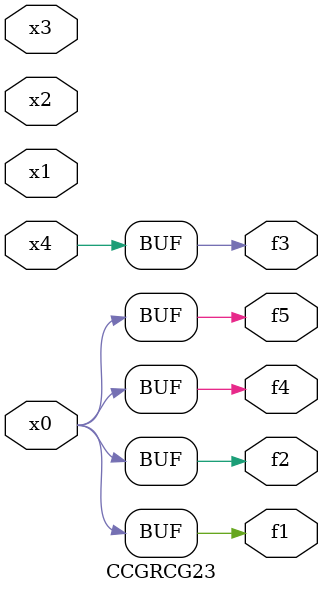
<source format=v>
module CCGRCG23(
	input x0, x1, x2, x3, x4,
	output f1, f2, f3, f4, f5
);
	assign f1 = x0;
	assign f2 = x0;
	assign f3 = x4;
	assign f4 = x0;
	assign f5 = x0;
endmodule

</source>
